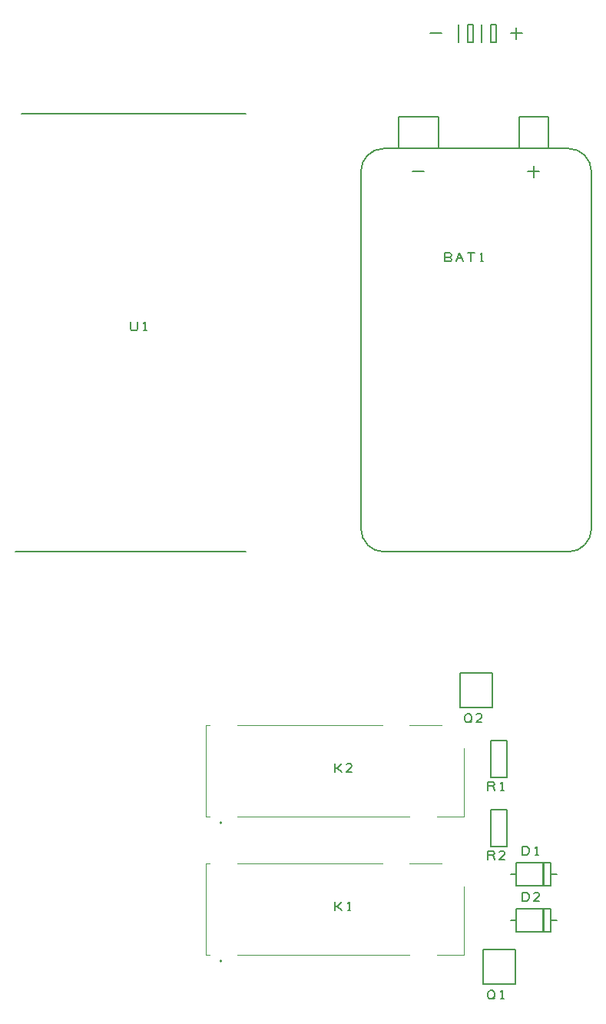
<source format=gbr>
G04 EasyPC Gerber Version 21.0.3 Build 4286 *
G04 #@! TF.Part,Single*
G04 #@! TF.FileFunction,Legend,Top *
G04 #@! TF.FilePolarity,Positive *
%FSLAX35Y35*%
%MOIN*%
%ADD12C,0.00394*%
%ADD11C,0.00500*%
%ADD22C,0.00787*%
%ADD25C,0.01000*%
X0Y0D02*
D02*
D11*
X150250Y329937D02*
Y327125D01*
X150563Y326500*
X151187Y326187*
X152437*
X153063Y326500*
X153375Y327125*
Y329937*
X155875Y326187D02*
X157125D01*
X156500D02*
Y329937D01*
X155875Y329313*
X238872Y74593D02*
Y78343D01*
Y76468D02*
X239809D01*
X241997Y78343*
X239809Y76468D02*
X241997Y74593D01*
X244497D02*
X245747D01*
X245122D02*
Y78343D01*
X244497Y77718*
X238872Y134593D02*
Y138343D01*
Y136468D02*
X239809D01*
X241997Y138343*
X239809Y136468D02*
X241997Y134593D01*
X246372D02*
X243872D01*
X246059Y136781*
X246372Y137406*
X246059Y138031*
X245435Y138343*
X244497*
X243872Y138031*
X260250Y230250D02*
X340250D01*
G75*
G03X350250Y240250J10000*
G01*
Y395250*
G75*
G03X340250Y405250I-10000*
G01*
X260093*
G75*
G03X250250Y395407J-9843*
G01*
Y240250*
G75*
G03X260250Y230250I10000*
G01*
X266500Y419000D02*
X284000D01*
Y405220*
X266500*
Y419000*
X272750Y395250D02*
X277750D01*
X280250Y455250D02*
X285250D01*
X288687Y358063D02*
X289313Y357750D01*
X289625Y357125*
X289313Y356500*
X288687Y356187*
X286500*
Y359937*
X288687*
X289313Y359625*
X289625Y359000*
X289313Y358375*
X288687Y358063*
X286500*
X291500Y356187D02*
X293063Y359937D01*
X294625Y356187*
X292125Y357750D02*
X294000D01*
X298063Y356187D02*
Y359937D01*
X296500D02*
X299625D01*
X302125Y356187D02*
X303375D01*
X302750D02*
Y359937D01*
X302125Y359313*
X292750Y459000D02*
Y451500D01*
X293250Y177750D02*
Y162750D01*
X307250*
Y177750*
X293350*
X295250Y157437D02*
Y158687D01*
X295563Y159313*
X295875Y159625*
X296500Y159937*
X297125*
X297750Y159625*
X298063Y159313*
X298375Y158687*
Y157437*
X298063Y156813*
X297750Y156500*
X297125Y156187*
X296500*
X295875Y156500*
X295563Y156813*
X295250Y157437*
X297437Y157125D02*
X298375Y156187D01*
X302750D02*
X300250D01*
X302437Y158375*
X302750Y159000*
X302437Y159625*
X301813Y159937*
X300875*
X300250Y159625*
X296500Y459000D02*
X299000D01*
Y451500*
X296500*
Y459000*
X302750D02*
Y451500D01*
X303250Y57750D02*
Y42750D01*
X317250*
Y57750*
X303350*
X305250Y37437D02*
Y38687D01*
X305563Y39313*
X305875Y39625*
X306500Y39937*
X307125*
X307750Y39625*
X308063Y39313*
X308375Y38687*
Y37437*
X308063Y36813*
X307750Y36500*
X307125Y36187*
X306500*
X305875Y36500*
X305563Y36813*
X305250Y37437*
X307437Y37125D02*
X308375Y36187D01*
X310875D02*
X312125D01*
X311500D02*
Y39937D01*
X310875Y39313*
X305250Y96687D02*
Y100437D01*
X307437*
X308063Y100125*
X308375Y99500*
X308063Y98875*
X307437Y98563*
X305250*
X307437D02*
X308375Y96687D01*
X312750D02*
X310250D01*
X312437Y98875*
X312750Y99500*
X312437Y100125*
X311813Y100437*
X310875*
X310250Y100125*
X305250Y126687D02*
Y130437D01*
X307437*
X308063Y130125*
X308375Y129500*
X308063Y128875*
X307437Y128563*
X305250*
X307437D02*
X308375Y126687D01*
X310875D02*
X312125D01*
X311500D02*
Y130437D01*
X310875Y129813*
X306500Y459000D02*
X309000D01*
Y451500*
X306500*
Y459000*
X306750Y118250D02*
Y102250D01*
X313750*
Y118250*
X306750*
Y148250D02*
Y132250D01*
X313750*
Y148250*
X306750*
X315250Y70250D02*
X317750D01*
X315250Y90250D02*
X317750D01*
X315250Y455250D02*
X320250D01*
X317750Y65250D02*
Y75250D01*
X332750*
Y65250*
X317750*
Y85250D02*
Y95250D01*
X332750*
Y85250*
X317750*
Y457750D02*
Y452750D01*
X319000Y419000D02*
X331500D01*
Y405220*
X319000*
Y419000*
X320250Y78687D02*
Y82437D01*
X322125*
X322750Y82125*
X323063Y81813*
X323375Y81187*
Y79937*
X323063Y79313*
X322750Y79000*
X322125Y78687*
X320250*
X327750D02*
X325250D01*
X327437Y80875*
X327750Y81500*
X327437Y82125*
X326813Y82437*
X325875*
X325250Y82125*
X320250Y98687D02*
Y102437D01*
X322125*
X322750Y102125*
X323063Y101813*
X323375Y101187*
Y99937*
X323063Y99313*
X322750Y99000*
X322125Y98687*
X320250*
X325875D02*
X327125D01*
X326500D02*
Y102437D01*
X325875Y101813*
X322750Y395250D02*
X327750D01*
X325250Y397750D02*
Y392750D01*
X332750Y70250D02*
X335250D01*
X332750Y90250D02*
X335250D01*
D02*
D12*
X184738Y55250D02*
X182770D01*
Y95014*
X184738*
Y115250D02*
X182770D01*
Y155014*
X184738*
X196549Y55250D02*
X271352D01*
X196549Y95014D02*
X259541D01*
X196549Y115250D02*
X271352D01*
X196549Y155014D02*
X259541D01*
X271352Y95014D02*
X285132D01*
X271352Y155014D02*
X285132D01*
X283163Y55250D02*
X294974D01*
Y84974*
X283163Y115250D02*
X294974D01*
Y144974*
D02*
D22*
X100250Y230250D02*
X200250D01*
X102817Y420250D02*
X200250D01*
X189069Y52691D02*
G75*
G02X189856I394D01*
G01*
X189069Y112691D02*
G75*
G02X189856I394D01*
G01*
Y52691D02*
G75*
G02X189069I-394D01*
G01*
X189856D02*
Y112691*
G75*
G02X189069I-394D01*
G01*
X189856D02*
X190644Y52691*
Y112691*
*
D25*
X329250Y74950D02*
Y65550D01*
Y94950D02*
Y85550D01*
X0Y0D02*
M02*

</source>
